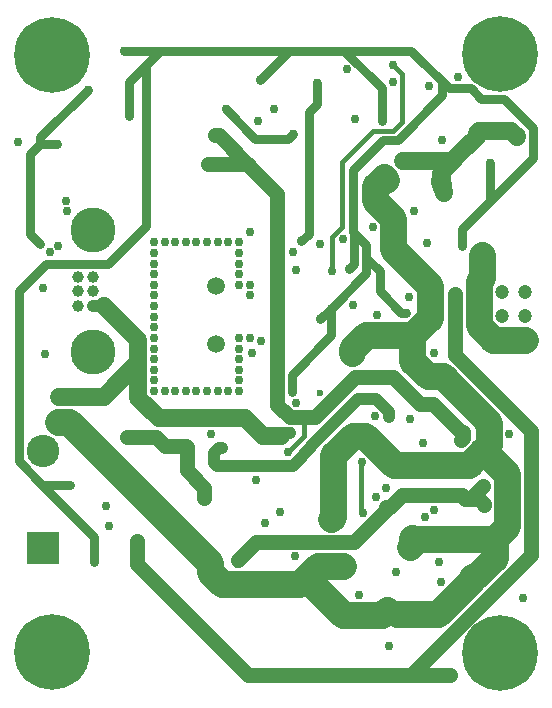
<source format=gbr>
%TF.GenerationSoftware,KiCad,Pcbnew,7.0.9*%
%TF.CreationDate,2024-03-29T14:20:45-04:00*%
%TF.ProjectId,charging_on_the_pad,63686172-6769-46e6-975f-6f6e5f746865,rev?*%
%TF.SameCoordinates,Original*%
%TF.FileFunction,Copper,L3,Inr*%
%TF.FilePolarity,Positive*%
%FSLAX46Y46*%
G04 Gerber Fmt 4.6, Leading zero omitted, Abs format (unit mm)*
G04 Created by KiCad (PCBNEW 7.0.9) date 2024-03-29 14:20:45*
%MOMM*%
%LPD*%
G01*
G04 APERTURE LIST*
%TA.AperFunction,ComponentPad*%
%ADD10C,3.800000*%
%TD*%
%TA.AperFunction,ComponentPad*%
%ADD11C,1.000000*%
%TD*%
%TA.AperFunction,ComponentPad*%
%ADD12R,2.743200X2.743200*%
%TD*%
%TA.AperFunction,ComponentPad*%
%ADD13C,2.743200*%
%TD*%
%TA.AperFunction,ComponentPad*%
%ADD14C,1.500000*%
%TD*%
%TA.AperFunction,ComponentPad*%
%ADD15R,1.200000X1.200000*%
%TD*%
%TA.AperFunction,ComponentPad*%
%ADD16C,1.200000*%
%TD*%
%TA.AperFunction,ComponentPad*%
%ADD17C,6.400000*%
%TD*%
%TA.AperFunction,ViaPad*%
%ADD18C,0.762000*%
%TD*%
%TA.AperFunction,ViaPad*%
%ADD19C,0.600000*%
%TD*%
%TA.AperFunction,Conductor*%
%ADD20C,0.762000*%
%TD*%
%TA.AperFunction,Conductor*%
%ADD21C,1.016000*%
%TD*%
%TA.AperFunction,Conductor*%
%ADD22C,2.286000*%
%TD*%
%TA.AperFunction,Conductor*%
%ADD23C,1.524000*%
%TD*%
%TA.AperFunction,Conductor*%
%ADD24C,1.270000*%
%TD*%
%TA.AperFunction,Conductor*%
%ADD25C,0.381000*%
%TD*%
G04 APERTURE END LIST*
D10*
%TO.N,*%
%TO.C,J1*%
X137820400Y-94373400D03*
X137820400Y-104673400D03*
D11*
%TO.N,+24V*%
X137820400Y-100773400D03*
%TO.N,/CANL*%
X137820400Y-99523400D03*
%TO.N,/CANH*%
X137820400Y-98273400D03*
%TO.N,GND*%
X136570400Y-100773400D03*
%TO.N,+5V_PWR*%
X136570400Y-99523400D03*
%TO.N,Net-(J1-Pin_6)*%
X136570400Y-98273400D03*
%TD*%
D12*
%TO.N,GND*%
%TO.C,J3*%
X133604000Y-121259600D03*
D13*
%TO.N,Net-(J3-Pin_2)*%
X133604000Y-113004600D03*
%TD*%
D14*
%TO.N,/OSC2*%
%TO.C,Y1*%
X148234400Y-103973800D03*
%TO.N,/OSC1*%
X148234400Y-99093800D03*
%TD*%
D15*
%TO.N,/Motor Control/MOTOR_V*%
%TO.C,J4*%
X174415200Y-103606600D03*
D16*
%TO.N,GND*%
X174415200Y-101606600D03*
%TO.N,/MOTOR_INPUT*%
X174415200Y-99606600D03*
%TO.N,/Motor Control/MOTOR_V*%
X172415200Y-103606600D03*
%TO.N,GND*%
X172415200Y-101606600D03*
%TO.N,/Motor Control/MOTOR_OUTPUT*%
X172415200Y-99606600D03*
%TD*%
D17*
%TO.N,N/C*%
%TO.C,H3*%
X134352117Y-79506364D03*
%TD*%
%TO.N,N/C*%
%TO.C,H1*%
X172258924Y-130175000D03*
%TD*%
%TO.N,N/C*%
%TO.C,H4*%
X172262170Y-79437569D03*
%TD*%
%TO.N,N/C*%
%TO.C,H2*%
X134344427Y-130073035D03*
%TD*%
D18*
%TO.N,GND*%
X142984076Y-101673566D03*
X159969200Y-84912200D03*
X145684079Y-107973573D03*
X134188200Y-96215200D03*
X173075100Y-111605130D03*
X162864800Y-129540000D03*
X133756900Y-104840683D03*
X142984076Y-102573567D03*
X148384082Y-95373559D03*
X142984076Y-98973563D03*
X150184084Y-106173571D03*
X150184084Y-98073562D03*
X152349200Y-119151400D03*
X159288647Y-80726447D03*
X154889200Y-121970800D03*
X153670000Y-118186200D03*
X143884077Y-107973573D03*
X138938900Y-117742200D03*
X146584080Y-107973573D03*
X143884077Y-95373559D03*
X151096318Y-94470882D03*
X145684079Y-95373559D03*
X147484081Y-95373559D03*
X135661400Y-92684600D03*
X139217400Y-119405400D03*
X142984076Y-95373559D03*
X133621700Y-99259546D03*
X142984076Y-107073572D03*
X144784078Y-107973573D03*
X146584080Y-95373559D03*
X150184084Y-95373559D03*
X151084085Y-99873564D03*
X162633175Y-116199260D03*
X174269400Y-125526800D03*
X167360186Y-86672522D03*
X142984076Y-98073562D03*
X150184084Y-96273560D03*
X142984076Y-107973573D03*
X142984076Y-103473568D03*
X149284083Y-107973573D03*
X150184084Y-105273570D03*
X135509000Y-91846400D03*
X151650100Y-115475734D03*
X166674800Y-104749600D03*
X150184084Y-107973573D03*
X142984076Y-104373569D03*
X154996860Y-108952908D03*
X142984076Y-99873564D03*
X150184084Y-98973563D03*
X167157400Y-122402600D03*
X147484081Y-107973573D03*
X161845305Y-101499036D03*
X160324800Y-125222000D03*
X151084085Y-98973563D03*
X148384082Y-107973573D03*
X161673751Y-110106249D03*
X151084085Y-103473568D03*
X150184084Y-104373569D03*
X142984076Y-96273560D03*
X134848600Y-95707200D03*
X142984076Y-97173561D03*
X150184084Y-107073572D03*
X157047207Y-95502301D03*
X149284083Y-95373559D03*
X142984076Y-100773565D03*
X150184084Y-103473568D03*
X131445000Y-86918800D03*
X142984076Y-105273570D03*
X150184084Y-97173561D03*
X142984076Y-106173571D03*
X147853400Y-111632147D03*
X144784078Y-95373559D03*
%TO.N,+5V*%
X154653510Y-108043924D03*
X162280600Y-85140800D03*
X159503800Y-97665000D03*
X140462000Y-79146400D03*
X171412400Y-88646000D03*
X169062400Y-95707200D03*
X151973600Y-81604800D03*
X140868400Y-84658200D03*
D19*
X137922000Y-122453400D03*
X135839200Y-115951000D03*
D18*
X157073600Y-101854000D03*
X164312600Y-101346000D03*
%TO.N,/Battery Charger/VIN*%
X154940000Y-114110000D03*
X148037062Y-114057446D03*
X162864800Y-110185200D03*
X154000200Y-114325400D03*
X148767800Y-112776000D03*
%TO.N,/Battery Charger/VREF*%
X161798336Y-116973057D03*
X165902471Y-118644400D03*
%TO.N,+BATT*%
X158176947Y-113495887D03*
X135483600Y-110845600D03*
X162737800Y-126492000D03*
X164693600Y-121132600D03*
X161671000Y-89636600D03*
X162560000Y-89770668D03*
X158013400Y-118795800D03*
X169926000Y-123723400D03*
X161687541Y-90512916D03*
X163524900Y-126868826D03*
X159740600Y-104775000D03*
X164871400Y-120370600D03*
X134645400Y-110921800D03*
X155829000Y-123774200D03*
X159004000Y-122529600D03*
X158078243Y-118022443D03*
X134950200Y-110159800D03*
X164121600Y-120616558D03*
%TO.N,+24V*%
X134826543Y-108556257D03*
X154469641Y-111390808D03*
%TO.N,VCC*%
X140741047Y-111886647D03*
X150114000Y-122573902D03*
X147218400Y-117017800D03*
X170999169Y-117602802D03*
X143916400Y-112649000D03*
X145749760Y-112664717D03*
X162665100Y-117815542D03*
X170823989Y-116040400D03*
X169352975Y-117097054D03*
X147243800Y-116205000D03*
%TO.N,Net-(U5-SW)*%
X137363200Y-82448400D03*
X133331000Y-95554800D03*
X134797800Y-87045800D03*
%TO.N,/Power/R_13V_P*%
X149089100Y-84120570D03*
X154736800Y-86219800D03*
%TO.N,+5V_PWR*%
X141579600Y-122605800D03*
X168452800Y-99771200D03*
X168437084Y-102776166D03*
X141579600Y-120675400D03*
X168071800Y-132003800D03*
X141579600Y-121589800D03*
D19*
%TO.N,/Motor Control/MOTOR_V*%
X170607790Y-96725268D03*
X171052021Y-96083204D03*
X170383200Y-96062800D03*
%TO.N,/Power/R_5V_P*%
X157005724Y-108136124D03*
D18*
%TO.N,/n_CHG_EN*%
X167309800Y-124129800D03*
X160673894Y-118287802D03*
X160581540Y-113951607D03*
X164987311Y-92746489D03*
X155016200Y-97757200D03*
X166299039Y-82110239D03*
%TO.N,/Power/R_+BATT_N*%
X163499500Y-123290738D03*
%TO.N,+13V*%
X148133300Y-86309200D03*
X151765000Y-89636600D03*
X154355800Y-113131600D03*
X169000500Y-112242600D03*
X147549100Y-88738841D03*
X169135142Y-111436564D03*
%TO.N,/R_MOTOR_N*%
X173024800Y-85928200D03*
X167253029Y-89488199D03*
X170337397Y-86103689D03*
X167513000Y-91160600D03*
X164071800Y-88521002D03*
X174117500Y-86369046D03*
X167233600Y-90347800D03*
%TO.N,/EN_5V*%
X154754806Y-96208300D03*
X151793800Y-85095000D03*
X168708600Y-81379800D03*
%TO.N,/EN_MOTOR*%
X166065200Y-95427800D03*
%TO.N,/MOTOR_OUT_DIV*%
X161523800Y-94085000D03*
%TO.N,/CURR_13V*%
X156796963Y-81853838D03*
X155448168Y-95300800D03*
%TO.N,/CURR_5V*%
X164605200Y-100020940D03*
X153173800Y-84055000D03*
X163209600Y-81780739D03*
%TO.N,/CHG_CURR*%
X165766402Y-112401002D03*
X158064200Y-97764600D03*
X166674800Y-118028500D03*
X164705064Y-110339043D03*
X163245800Y-80365600D03*
%TO.N,/CURR_+BATT*%
X159803800Y-100715000D03*
%TO.N,/CAN_TX*%
X152037000Y-103753400D03*
%TO.N,/CAN_RX*%
X151263300Y-104706413D03*
%TO.N,/CURR_MOTOR*%
X158978600Y-95110800D03*
%TD*%
D20*
%TO.N,+5V*%
X162102800Y-99517200D02*
X162102800Y-97840800D01*
X157073600Y-101854000D02*
X158026100Y-100901500D01*
X170694703Y-83221769D02*
X169817934Y-82345000D01*
X133527800Y-115925600D02*
X137922000Y-120319800D01*
X163931600Y-101346000D02*
X162102800Y-99517200D01*
X142290800Y-94005400D02*
X139115800Y-97180400D01*
X162102800Y-97840800D02*
X160934400Y-96672400D01*
X169817934Y-82345000D02*
X167943000Y-82345000D01*
X169062400Y-94239800D02*
X171465600Y-91836600D01*
X164312600Y-101346000D02*
X163931600Y-101346000D01*
X160934400Y-96570800D02*
X160934400Y-95580200D01*
X143510000Y-79146400D02*
X143967200Y-79146400D01*
X175082200Y-85699600D02*
X172604369Y-83221769D01*
X171465600Y-91836600D02*
X171412400Y-91783400D01*
X137922000Y-120319800D02*
X137922000Y-122453400D01*
X160934400Y-97993200D02*
X160934400Y-96570800D01*
X159816800Y-94462600D02*
X159816800Y-89281000D01*
X159816800Y-89281000D02*
X162407600Y-86690200D01*
X160934400Y-96672400D02*
X160934400Y-96570800D01*
X159943800Y-97225000D02*
X159943800Y-94589600D01*
X142290800Y-80365600D02*
X142290800Y-94005400D01*
X158026100Y-100901500D02*
X160934400Y-97993200D01*
X171465600Y-91836600D02*
X175082200Y-88220000D01*
X140462000Y-79146400D02*
X143967200Y-79146400D01*
X162280600Y-82346800D02*
X159080200Y-79146400D01*
X133527800Y-115925600D02*
X133553200Y-115951000D01*
X163626800Y-86690200D02*
X167373300Y-82943700D01*
X159943800Y-94589600D02*
X159816800Y-94462600D01*
X162407600Y-86690200D02*
X163626800Y-86690200D01*
X133553200Y-115951000D02*
X135839200Y-115951000D01*
X131531400Y-99532400D02*
X131531400Y-113929200D01*
X154653510Y-106585490D02*
X158013400Y-103225600D01*
X140868400Y-84658200D02*
X140868400Y-81788000D01*
X158013400Y-100914200D02*
X158026100Y-100901500D01*
X167373300Y-82943700D02*
X167373300Y-81775300D01*
X153924000Y-79146400D02*
X154178000Y-79400400D01*
X160934400Y-95580200D02*
X159943800Y-94589600D01*
X140868400Y-81788000D02*
X142290800Y-80365600D01*
X131531400Y-113929200D02*
X133527800Y-115925600D01*
X154653510Y-108043924D02*
X154653510Y-106585490D01*
X159503800Y-97665000D02*
X159943800Y-97225000D01*
X158013400Y-103225600D02*
X158013400Y-100914200D01*
X142290800Y-80365600D02*
X143510000Y-79146400D01*
X172604369Y-83221769D02*
X170694703Y-83221769D01*
X159080200Y-79146400D02*
X154432000Y-79146400D01*
X154178000Y-79400400D02*
X151973600Y-81604800D01*
X167943000Y-82345000D02*
X164744400Y-79146400D01*
X143967200Y-79146400D02*
X153924000Y-79146400D01*
X162280600Y-85140800D02*
X162280600Y-82346800D01*
X133883400Y-97180400D02*
X131531400Y-99532400D01*
X175082200Y-88220000D02*
X175082200Y-85699600D01*
X139115800Y-97180400D02*
X133883400Y-97180400D01*
X171412400Y-91783400D02*
X171412400Y-88646000D01*
X164744400Y-79146400D02*
X153314400Y-79146400D01*
X154432000Y-79146400D02*
X154178000Y-79400400D01*
X169062400Y-95707200D02*
X169062400Y-94239800D01*
D21*
%TO.N,/Battery Charger/VIN*%
X154000200Y-114325400D02*
X154724600Y-114325400D01*
X148037062Y-114057446D02*
X148305016Y-114325400D01*
X148305016Y-114325400D02*
X154000200Y-114325400D01*
X154724600Y-114325400D02*
X154940000Y-114110000D01*
X154940000Y-114110000D02*
X156322747Y-112727253D01*
X156322747Y-112612117D02*
X160269335Y-108665529D01*
X162864800Y-109752693D02*
X162864800Y-110185200D01*
X148037062Y-113252738D02*
X148513800Y-112776000D01*
X161777636Y-108665529D02*
X162864800Y-109752693D01*
X148513800Y-112776000D02*
X148767800Y-112776000D01*
X156322747Y-112727253D02*
X156322747Y-112612117D01*
X160269335Y-108665529D02*
X161777636Y-108665529D01*
X148037062Y-114057446D02*
X148037062Y-113252738D01*
D22*
%TO.N,+BATT*%
X171821000Y-122100206D02*
X171821000Y-120482200D01*
X167430346Y-106730800D02*
X171348400Y-110648854D01*
X162737800Y-126492000D02*
X162280600Y-126949200D01*
X161687541Y-90643127D02*
X162262268Y-90068400D01*
X159740600Y-104775000D02*
X159740600Y-104444800D01*
X158216600Y-126161800D02*
X157099000Y-125044200D01*
X162280600Y-126949200D02*
X159004000Y-126949200D01*
X172897800Y-119405400D02*
X171821000Y-120482200D01*
X166213370Y-106730800D02*
X167430346Y-106730800D01*
X163251000Y-93369570D02*
X163251000Y-95964856D01*
X158176947Y-113380151D02*
X159813798Y-111743300D01*
X155261000Y-124342200D02*
X148738370Y-124342200D01*
X170880936Y-113000504D02*
X172897800Y-115017368D01*
X164871400Y-120370600D02*
X164983000Y-120482200D01*
X155829000Y-123774200D02*
X156845000Y-122758200D01*
X160959164Y-103226236D02*
X164874994Y-103226236D01*
X159004000Y-126949200D02*
X158216600Y-126161800D01*
X171348400Y-112533040D02*
X170880936Y-113000504D01*
X158176947Y-118632253D02*
X158176947Y-113380151D01*
X161687541Y-90643127D02*
X161687541Y-91806111D01*
X167052380Y-126868826D02*
X169926000Y-123995206D01*
X159740600Y-104444800D02*
X160959164Y-103226236D01*
X162308740Y-113254227D02*
X162308740Y-113236177D01*
X147726600Y-122504400D02*
X135788400Y-110566200D01*
X156845000Y-122758200D02*
X159004000Y-122758200D01*
X163251000Y-95964856D02*
X166332400Y-99046256D01*
X160815863Y-111743300D02*
X160797813Y-111743300D01*
X158013400Y-118795800D02*
X158176947Y-118632253D01*
X164874994Y-105392424D02*
X166213370Y-106730800D01*
X162262268Y-90068400D02*
X162637753Y-90068400D01*
X155829000Y-123774200D02*
X155261000Y-124342200D01*
X164871400Y-120370600D02*
X164871400Y-120954800D01*
X135788400Y-110566200D02*
X134848600Y-110566200D01*
X169926000Y-123723400D02*
X170197806Y-123723400D01*
X163278313Y-114223800D02*
X162308740Y-113254227D01*
X166332400Y-101768830D02*
X164874994Y-103226236D01*
X163524900Y-126868826D02*
X167052380Y-126868826D01*
X161687541Y-91806111D02*
X163251000Y-93369570D01*
X169657640Y-114223800D02*
X163278313Y-114223800D01*
X171348400Y-110648854D02*
X171348400Y-112533040D01*
X148738370Y-124342200D02*
X147726600Y-123330430D01*
X159813798Y-111743300D02*
X160797813Y-111743300D01*
X170197806Y-123723400D02*
X171821000Y-122100206D01*
X164871400Y-120954800D02*
X164693600Y-121132600D01*
X166332400Y-99046256D02*
X166332400Y-101768830D01*
X164983000Y-120482200D02*
X171821000Y-120482200D01*
X162637753Y-90068400D02*
X162450010Y-89880657D01*
X172897800Y-115017368D02*
X172897800Y-119405400D01*
X169926000Y-123995206D02*
X169926000Y-123723400D01*
X162308740Y-113236177D02*
X160815863Y-111743300D01*
X147726600Y-123330430D02*
X147726600Y-122504400D01*
X157099000Y-125044200D02*
X155829000Y-123774200D01*
X170880936Y-113000504D02*
X169657640Y-114223800D01*
X164874994Y-103226236D02*
X164874994Y-105392424D01*
D23*
%TO.N,+24V*%
X138771800Y-100773400D02*
X141637876Y-103639476D01*
D21*
X154065777Y-111517808D02*
X154469641Y-111517808D01*
D23*
X141637876Y-105537000D02*
X138716876Y-108458000D01*
X150695423Y-110286447D02*
X152219776Y-111810800D01*
X143382647Y-110286447D02*
X150695423Y-110286447D01*
X141637876Y-108541676D02*
X143382647Y-110286447D01*
X138716876Y-108458000D02*
X134924800Y-108458000D01*
D21*
X153772785Y-111810800D02*
X154065777Y-111517808D01*
X137820400Y-100773400D02*
X138771800Y-100773400D01*
D23*
X152219776Y-111810800D02*
X153772785Y-111810800D01*
X141637876Y-105537000D02*
X141637876Y-108541676D01*
X141637876Y-103639476D02*
X141637876Y-105537000D01*
D24*
%TO.N,VCC*%
X155394210Y-120751600D02*
X151663400Y-120751600D01*
X147243800Y-116992400D02*
X147218400Y-117017800D01*
X151663400Y-120751600D02*
X150114000Y-122301000D01*
X145749760Y-112664717D02*
X145749760Y-114685560D01*
X162672580Y-118013326D02*
X159908906Y-120777000D01*
X145734043Y-112649000D02*
X143916400Y-112649000D01*
X162672580Y-117823023D02*
X162672580Y-118013326D01*
X169352975Y-117097054D02*
X170493421Y-117097054D01*
X147243800Y-116205000D02*
X147243800Y-116992400D01*
X143154047Y-111886647D02*
X143916400Y-112649000D01*
X164013479Y-116809300D02*
X162999756Y-117823023D01*
X170916600Y-117520233D02*
X170916600Y-117602802D01*
X169767335Y-117097054D02*
X169352975Y-117097054D01*
X170823989Y-116040400D02*
X169767335Y-117097054D01*
X170493421Y-117097054D02*
X170916600Y-117520233D01*
X169065221Y-116809300D02*
X164013479Y-116809300D01*
X159908906Y-120777000D02*
X155419610Y-120777000D01*
X147243800Y-116179600D02*
X147243800Y-116205000D01*
X145749760Y-112664717D02*
X145734043Y-112649000D01*
X162999756Y-117823023D02*
X162672580Y-117823023D01*
X169352975Y-117097054D02*
X169065221Y-116809300D01*
X145749760Y-114685560D02*
X147243800Y-116179600D01*
X155419610Y-120777000D02*
X155394210Y-120751600D01*
X140741047Y-111886647D02*
X143154047Y-111886647D01*
D20*
%TO.N,Net-(U5-SW)*%
X132461000Y-94684800D02*
X132461000Y-87909400D01*
X133324600Y-87045800D02*
X134797800Y-87045800D01*
X133324600Y-86487000D02*
X137363200Y-82448400D01*
X132461000Y-87909400D02*
X133324600Y-87045800D01*
X133331000Y-95554800D02*
X132461000Y-94684800D01*
X133324600Y-87045800D02*
X133324600Y-86487000D01*
%TO.N,/Power/R_13V_P*%
X151561800Y-86588600D02*
X149093770Y-84120570D01*
X154736800Y-86219800D02*
X154368000Y-86588600D01*
X154368000Y-86588600D02*
X151561800Y-86588600D01*
X149093770Y-84120570D02*
X149089100Y-84120570D01*
D24*
%TO.N,+5V_PWR*%
X164719246Y-132003800D02*
X168071800Y-132003800D01*
X174879000Y-111377614D02*
X174879000Y-121844046D01*
X168437084Y-104935698D02*
X174879000Y-111377614D01*
X168452800Y-102760450D02*
X168452800Y-99771200D01*
X141579600Y-122605800D02*
X141579600Y-120650000D01*
X168437084Y-102776166D02*
X168437084Y-104935698D01*
X174879000Y-121844046D02*
X164719246Y-132003800D01*
X168437084Y-102776166D02*
X168452800Y-102760450D01*
X150977600Y-132003800D02*
X141579600Y-122605800D01*
X168071800Y-132003800D02*
X150977600Y-132003800D01*
D22*
%TO.N,/Motor Control/MOTOR_V*%
X170469000Y-98618600D02*
X170469000Y-102412743D01*
X170469000Y-102412743D02*
X171662857Y-103606600D01*
X171662857Y-103606600D02*
X172415200Y-103606600D01*
X170728215Y-98359385D02*
X170469000Y-98618600D01*
X174415200Y-103606600D02*
X172415200Y-103606600D01*
X170728215Y-96407815D02*
X170728215Y-98359385D01*
D25*
%TO.N,/n_CHG_EN*%
X160529228Y-114003919D02*
X160529228Y-118143136D01*
X160581540Y-113951607D02*
X160529228Y-114003919D01*
X160529228Y-118143136D02*
X160673894Y-118287802D01*
D24*
%TO.N,+13V*%
X150918041Y-88738841D02*
X147549100Y-88738841D01*
X156579192Y-110171608D02*
X159994600Y-106756200D01*
X148133300Y-86309200D02*
X148488400Y-86309200D01*
X148488400Y-86309200D02*
X151155400Y-88976200D01*
X151155400Y-88976200D02*
X150918041Y-88738841D01*
X151155400Y-88976200D02*
X153434310Y-91255110D01*
D25*
X154355800Y-113131600D02*
X155688841Y-111798559D01*
D24*
X166573200Y-109067600D02*
X168942164Y-111436564D01*
X163195000Y-106756200D02*
X165506400Y-109067600D01*
X165506400Y-109067600D02*
X166573200Y-109067600D01*
X168942164Y-111436564D02*
X169135142Y-111436564D01*
X159994600Y-106756200D02*
X163195000Y-106756200D01*
X153434310Y-91255110D02*
X153434310Y-109114568D01*
X169135142Y-111944458D02*
X169000500Y-112079100D01*
X154491350Y-110171608D02*
X156579192Y-110171608D01*
X153434310Y-109114568D02*
X154491350Y-110171608D01*
D25*
X155688841Y-111798559D02*
X155688841Y-110348057D01*
D24*
X169135142Y-111436564D02*
X169135142Y-111944458D01*
D23*
%TO.N,/R_MOTOR_N*%
X167280401Y-89488199D02*
X169011600Y-87757000D01*
X173024800Y-85928200D02*
X170512886Y-85928200D01*
X169011600Y-87757000D02*
X168247598Y-88521002D01*
X167513000Y-91160600D02*
X167280401Y-89488199D01*
X168247598Y-88521002D02*
X164071800Y-88521002D01*
X167253029Y-89488199D02*
X167233600Y-90347800D01*
X169011600Y-87757000D02*
X170337397Y-86431203D01*
X173736000Y-86487000D02*
X173736000Y-86369046D01*
X167233600Y-90347800D02*
X167513000Y-91160600D01*
X173024800Y-85928200D02*
X173177200Y-85928200D01*
X170512886Y-85928200D02*
X170337397Y-86103689D01*
X170337397Y-86431203D02*
X170337397Y-86103689D01*
X173177200Y-85928200D02*
X173736000Y-86487000D01*
D20*
%TO.N,/CURR_13V*%
X156796963Y-81853838D02*
X156796963Y-83639437D01*
X156083000Y-94665968D02*
X155448168Y-95300800D01*
X156083000Y-84353400D02*
X156083000Y-94665968D01*
X156796963Y-83639437D02*
X156083000Y-84353400D01*
D25*
%TO.N,/CHG_CURR*%
X158064200Y-94929608D02*
X158877000Y-94116808D01*
X163983800Y-85190200D02*
X163983800Y-81103600D01*
X158877000Y-88544400D02*
X161505900Y-85915500D01*
X163258500Y-85915500D02*
X163983800Y-85190200D01*
X158877000Y-94116808D02*
X158877000Y-88544400D01*
X158064200Y-97764600D02*
X158064200Y-94929608D01*
X163983800Y-81103600D02*
X163245800Y-80365600D01*
X161505900Y-85915500D02*
X163258500Y-85915500D01*
%TD*%
M02*

</source>
